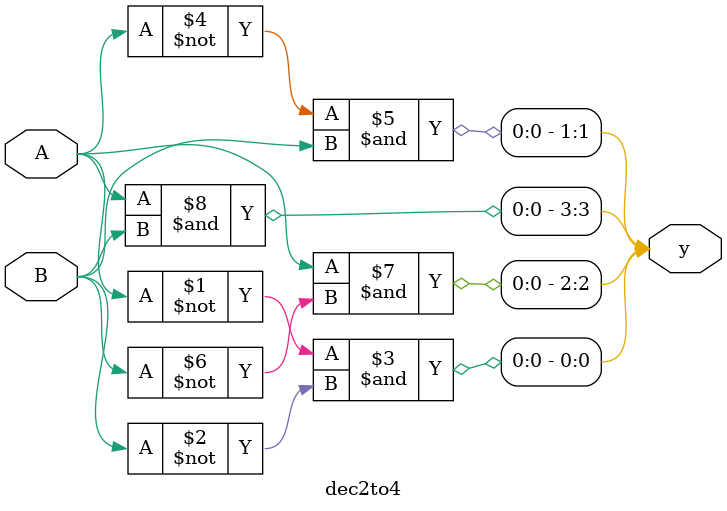
<source format=v>


module dec2to4(
    input A, B,
    output [3:0] y
);

    assign y[0] = ~A & ~B;
    assign y[1] = ~A &  B;
    assign y[2] =  A & ~B;
    assign y[3] =  A &  B;

endmodule

</source>
